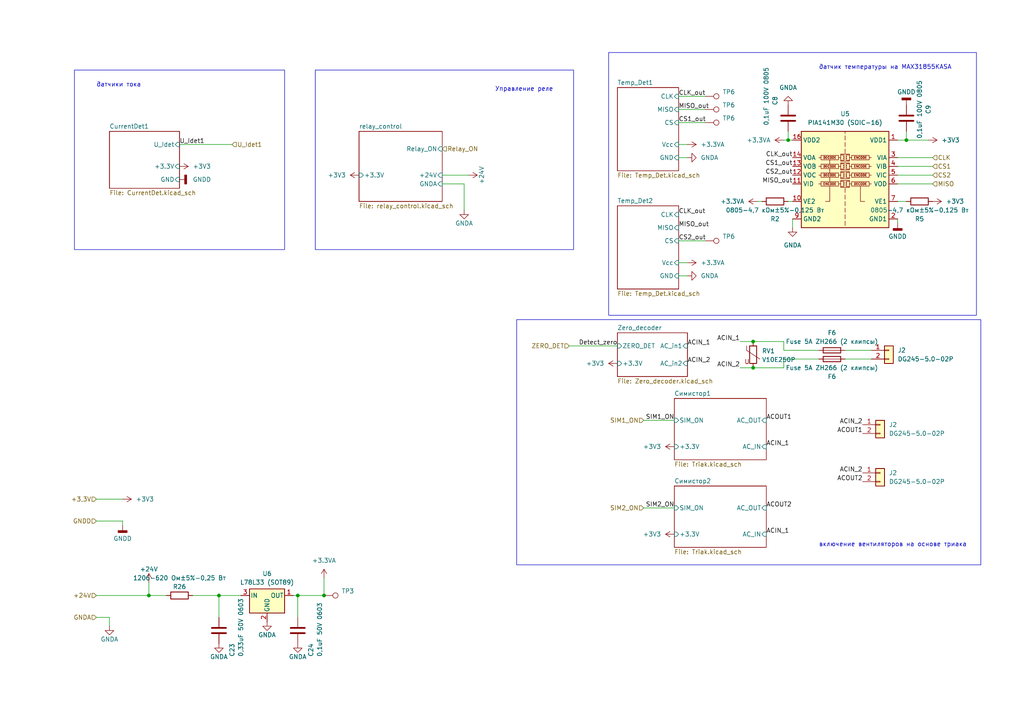
<source format=kicad_sch>
(kicad_sch (version 20230121) (generator eeschema)
  (paper "A4")
  (lib_symbols
    (symbol "Connector:TestPoint" (pin_numbers hide) (pin_names (offset 0.762) hide)
      (property "Reference" "TP" (at 0 6.858 0))
      (property "Value" "TestPoint" (at 0 5.08 0))
      (symbol "TestPoint_0_1"
        (circle (center 0 3.302) (radius 0.762))
      )
      (symbol "TestPoint_1_1"
        (pin passive line (at 0 0 90) (length 2.54) (name "1") (number "1"))
      )
    )
    (symbol "Connector_Generic:Conn_01x02" (pin_names (offset 1.016) hide)
      (property "Reference" "J" (at 0 2.54 0))
      (property "Value" "Conn_01x02" (at 0 -5.08 0))
      (symbol "Conn_01x02_1_1"
        (rectangle (start -1.27 -2.413) (end 0 -2.667) (stroke (width 0.1524)))
        (rectangle (start -1.27 0.127) (end 0 -0.127) (stroke (width 0.1524)))
        (rectangle (start -1.27 1.27) (end 1.27 -3.81) (stroke (width 0.254)) (fill (type background)))
        (pin passive line (at -5.08 0 0) (length 3.81) (name "Pin_1") (number "1"))
        (pin passive line (at -5.08 -2.54 0) (length 3.81) (name "Pin_2") (number "2"))
      )
    )
    (symbol "Device:C" (pin_numbers hide) (pin_names (offset 0.254))
      (property "Reference" "C" (at 0.635 2.54 0))
      (property "Value" "C" (at 0.635 -2.54 0))
      (symbol "C_0_1"
        (polyline (pts (xy -2.032 -0.762) (xy 2.032 -0.762)) (stroke (width 0.508)))
        (polyline (pts (xy -2.032 0.762) (xy 2.032 0.762)) (stroke (width 0.508)))
      )
      (symbol "C_1_1"
        (pin passive line (at 0 3.81 270) (length 2.794) (name "~") (number "1"))
        (pin passive line (at 0 -3.81 90) (length 2.794) (name "~") (number "2"))
      )
    )
    (symbol "Device:Fuse" (pin_numbers hide) (pin_names (offset 0))
      (property "Reference" "F" (at 2.032 0 90))
      (property "Value" "Fuse" (at -1.905 0 90))
      (symbol "Fuse_0_1"
        (rectangle (start -0.762 -2.54) (end 0.762 2.54) (stroke (width 0.254)))
        (polyline (pts (xy 0 2.54) (xy 0 -2.54)))
      )
      (symbol "Fuse_1_1"
        (pin passive line (at 0 3.81 270) (length 1.27) (name "~") (number "1"))
        (pin passive line (at 0 -3.81 90) (length 1.27) (name "~") (number "2"))
      )
    )
    (symbol "Device:R" (pin_numbers hide) (pin_names (offset 0))
      (property "Reference" "R" (at 2.032 0 90))
      (property "Value" "R" (at 0 0 90))
      (symbol "R_0_1"
        (rectangle (start -1.016 -2.54) (end 1.016 2.54) (stroke (width 0.254)))
      )
      (symbol "R_1_1"
        (pin passive line (at 0 3.81 270) (length 1.27) (name "~") (number "1"))
        (pin passive line (at 0 -3.81 90) (length 1.27) (name "~") (number "2"))
      )
    )
    (symbol "Device:Varistor" (pin_numbers hide) (pin_names (offset 0))
      (property "Reference" "RV" (at 3.175 0 90))
      (property "Value" "Varistor" (at -3.175 0 90))
      (symbol "Varistor_0_0"
        (text "U" (at -1.778 -2.032 0) (effects (font (size 1.27 1.27))))
      )
      (symbol "Varistor_0_1"
        (rectangle (start -1.016 -2.54) (end 1.016 2.54) (stroke (width 0.254)))
        (polyline (pts (xy -1.905 2.54) (xy -1.905 1.27) (xy 1.905 -1.27)))
      )
      (symbol "Varistor_1_1"
        (pin passive line (at 0 3.81 270) (length 1.27) (name "~") (number "1"))
        (pin passive line (at 0 -3.81 90) (length 1.27) (name "~") (number "2"))
      )
    )
    (symbol "Isolator:π141M3x"
      (property "Reference" "U" (at 0 19.05 0))
      (property "Value" "π141M3x" (at 0 16.51 0))
      (symbol "π141M3x_0_0"
        (rectangle (start -1.905 0.635) (end -6.985 -0.635))
        (rectangle (start -1.27 1.016) (end 1.27 -1.016))
        (rectangle (start -1.27 3.556) (end 1.27 1.524))
        (rectangle (start -1.27 6.096) (end 1.27 4.064))
        (rectangle (start -1.27 8.636) (end 1.27 6.604))
        (arc (start -0.508 -0.762) (mid -0.2551 -0.508) (end -0.508 -0.254))
        (arc (start -0.508 -0.254) (mid -0.2551 0) (end -0.508 0.254))
        (arc (start -0.508 0.254) (mid -0.2551 0.508) (end -0.508 0.762))
        (arc (start -0.508 1.778) (mid -0.2551 2.032) (end -0.508 2.286))
        (arc (start -0.508 2.286) (mid -0.2551 2.54) (end -0.508 2.794))
        (arc (start -0.508 2.794) (mid -0.2551 3.048) (end -0.508 3.302))
        (arc (start -0.508 4.318) (mid -0.2551 4.572) (end -0.508 4.826))
        (arc (start -0.508 4.826) (mid -0.2551 5.08) (end -0.508 5.334))
        (arc (start -0.508 5.334) (mid -0.2551 5.588) (end -0.508 5.842))
        (arc (start -0.508 6.858) (mid -0.2551 7.112) (end -0.508 7.366))
        (arc (start -0.508 7.366) (mid -0.2551 7.62) (end -0.508 7.874))
        (arc (start -0.508 7.874) (mid -0.2551 8.128) (end -0.508 8.382))
        (polyline (pts (xy -6.985 0) (xy -7.62 0)))
        (polyline (pts (xy -6.985 2.54) (xy -7.62 2.54)))
        (polyline (pts (xy -6.985 5.08) (xy -7.62 5.08)))
        (polyline (pts (xy -6.985 7.62) (xy -7.62 7.62)))
        (polyline (pts (xy -4.445 -1.27) (xy -4.445 -0.635)))
        (polyline (pts (xy -1.905 0) (xy -1.27 0)))
        (polyline (pts (xy -1.905 2.54) (xy -1.27 2.54)))
        (polyline (pts (xy -1.905 5.08) (xy -1.27 5.08)))
        (polyline (pts (xy -1.905 7.62) (xy -1.27 7.62)))
        (polyline (pts (xy -1.27 -0.762) (xy -0.508 -0.762)))
        (polyline (pts (xy -1.27 0.762) (xy -0.508 0.762)))
        (polyline (pts (xy -1.27 1.778) (xy -0.508 1.778)))
        (polyline (pts (xy -1.27 3.302) (xy -0.508 3.302)))
        (polyline (pts (xy -1.27 4.318) (xy -0.508 4.318)))
        (polyline (pts (xy -1.27 5.842) (xy -0.508 5.842)))
        (polyline (pts (xy -1.27 6.858) (xy -0.508 6.858)))
        (polyline (pts (xy -1.27 8.382) (xy -0.508 8.382)))
        (polyline (pts (xy 0 -10.795) (xy 0 -12.065)))
        (polyline (pts (xy 0 -8.89) (xy 0 -10.16)))
        (polyline (pts (xy 0 -6.985) (xy 0 -8.255)))
        (polyline (pts (xy 0 -5.08) (xy 0 -6.35)))
        (polyline (pts (xy 0 -3.175) (xy 0 -4.445)))
        (polyline (pts (xy 0 -1.27) (xy 0 -2.54)))
        (polyline (pts (xy 0 8.89) (xy 0 10.16)))
        (polyline (pts (xy 0 10.795) (xy 0 12.065)))
        (polyline (pts (xy 0 12.7) (xy 0 13.97)))
        (polyline (pts (xy 0 15.24) (xy 0 14.605)))
        (polyline (pts (xy 1.27 -0.762) (xy 0.508 -0.762)))
        (polyline (pts (xy 1.27 0.762) (xy 0.508 0.762)))
        (polyline (pts (xy 1.27 1.778) (xy 0.508 1.778)))
        (polyline (pts (xy 1.27 3.302) (xy 0.508 3.302)))
        (polyline (pts (xy 1.27 4.318) (xy 0.508 4.318)))
        (polyline (pts (xy 1.27 5.842) (xy 0.508 5.842)))
        (polyline (pts (xy 1.27 6.858) (xy 0.508 6.858)))
        (polyline (pts (xy 1.27 8.382) (xy 0.508 8.382)))
        (polyline (pts (xy 1.905 0) (xy 1.27 0)))
        (polyline (pts (xy 1.905 2.54) (xy 1.27 2.54)))
        (polyline (pts (xy 1.905 5.08) (xy 1.27 5.08)))
        (polyline (pts (xy 1.905 7.62) (xy 1.27 7.62)))
        (polyline (pts (xy 4.445 0.635) (xy 4.445 1.905)))
        (polyline (pts (xy 4.445 3.175) (xy 4.445 4.445)))
        (polyline (pts (xy 4.445 5.715) (xy 4.445 6.985)))
        (polyline (pts (xy 6.985 0) (xy 7.62 0)))
        (polyline (pts (xy 6.985 2.54) (xy 7.62 2.54)))
        (polyline (pts (xy 6.985 5.08) (xy 7.62 5.08)))
        (polyline (pts (xy 6.985 7.62) (xy 7.62 7.62)))
        (polyline (pts (xy -4.445 -1.27) (xy -4.445 -5.08) (xy -5.715 -5.08)))
        (polyline (pts (xy 5.715 -5.08) (xy 4.445 -5.08) (xy 4.445 -0.635)))
        (arc (start 0.508 -0.254) (mid 0.2551 -0.508) (end 0.508 -0.762))
        (arc (start 0.508 0.254) (mid 0.2551 0) (end 0.508 -0.254))
        (arc (start 0.508 0.762) (mid 0.2551 0.508) (end 0.508 0.254))
        (arc (start 0.508 2.286) (mid 0.2551 2.032) (end 0.508 1.778))
        (arc (start 0.508 2.794) (mid 0.2551 2.54) (end 0.508 2.286))
        (arc (start 0.508 3.302) (mid 0.2551 3.048) (end 0.508 2.794))
        (arc (start 0.508 4.826) (mid 0.2551 4.572) (end 0.508 4.318))
        (arc (start 0.508 5.334) (mid 0.2551 5.08) (end 0.508 4.826))
        (arc (start 0.508 5.842) (mid 0.2551 5.588) (end 0.508 5.334))
        (arc (start 0.508 7.366) (mid 0.2551 7.112) (end 0.508 6.858))
        (arc (start 0.508 7.874) (mid 0.2551 7.62) (end 0.508 7.366))
        (arc (start 0.508 8.382) (mid 0.2551 8.128) (end 0.508 7.874))
        (rectangle (start 1.905 0.635) (end 6.985 -0.635))
        (rectangle (start 1.905 3.175) (end 6.985 1.905))
        (rectangle (start 1.905 5.715) (end 6.985 4.445))
        (rectangle (start 1.905 8.255) (end 6.985 6.985))
        (text "DECODE" (at -4.445 0 0) (effects (font (size 0.635 0.635))))
        (text "DECODE" (at 4.445 2.54 0) (effects (font (size 0.635 0.635))))
        (text "DECODE" (at 4.445 5.08 0) (effects (font (size 0.635 0.635))))
        (text "DECODE" (at 4.445 7.62 0) (effects (font (size 0.635 0.635))))
        (text "ENCODE" (at -4.445 2.54 0) (effects (font (size 0.635 0.635))))
        (text "ENCODE" (at -4.445 5.08 0) (effects (font (size 0.635 0.635))))
        (text "ENCODE" (at -4.445 7.62 0) (effects (font (size 0.635 0.635))))
        (text "ENCODE" (at 4.445 0 0) (effects (font (size 0.635 0.635))))
      )
      (symbol "π141M3x_0_1"
        (rectangle (start -12.7 15.24) (end 12.7 -12.7) (stroke (width 0.254)) (fill (type background)))
        (rectangle (start -1.905 3.175) (end -6.985 1.905))
        (rectangle (start -1.905 5.715) (end -6.985 4.445))
        (rectangle (start -1.905 8.255) (end -6.985 6.985))
      )
      (symbol "π141M3x_1_1"
        (pin power_in line (at -15.24 12.7 0) (length 2.54) (name "VDD1") (number "1"))
        (pin input line (at 15.24 -5.08 180) (length 2.54) (name "VE2") (number "10"))
        (pin input line (at 15.24 0 180) (length 2.54) (name "VID") (number "11"))
        (pin output line (at 15.24 2.54 180) (length 2.54) (name "VOC") (number "12"))
        (pin output line (at 15.24 5.08 180) (length 2.54) (name "VOB") (number "13"))
        (pin output line (at 15.24 7.62 180) (length 2.54) (name "VOA") (number "14"))
        (pin passive line (at 15.24 -10.16 180) (length 2.54) hide (name "GND2") (number "15"))
        (pin power_in line (at 15.24 12.7 180) (length 2.54) (name "VDD2") (number "16"))
        (pin power_in line (at -15.24 -10.16 0) (length 2.54) (name "GND1") (number "2"))
        (pin input line (at -15.24 7.62 0) (length 2.54) (name "VIA") (number "3"))
        (pin input line (at -15.24 5.08 0) (length 2.54) (name "VIB") (number "4"))
        (pin input line (at -15.24 2.54 0) (length 2.54) (name "VIC") (number "5"))
        (pin output line (at -15.24 0 0) (length 2.54) (name "VOD") (number "6"))
        (pin input line (at -15.24 -5.08 0) (length 2.54) (name "VE1") (number "7"))
        (pin passive line (at -15.24 -10.16 0) (length 2.54) hide (name "GND1") (number "8"))
        (pin power_in line (at 15.24 -10.16 180) (length 2.54) (name "GND2") (number "9"))
      )
    )
    (symbol "PCM_4ms_Power-symbol:GNDA" (power) (pin_numbers hide) (pin_names (offset 0) hide)
      (property "Value" "GNDA" (at 0 -3.81 0))
      (symbol "GNDA_0_1"
        (polyline (pts (xy 0 0) (xy 0 -1.27) (xy 1.27 -1.27) (xy 0 -2.54) (xy -1.27 -1.27) (xy 0 -1.27)))
      )
      (symbol "GNDA_1_1"
        (pin power_in line (at 0 0 270) (length 0) hide (name "GNDA") (number "1"))
      )
    )
    (symbol "Regulator_Linear:L78L33_SOT89" (pin_names (offset 0.254))
      (property "Reference" "U" (at -3.81 3.175 0))
      (property "Value" "L78L33_SOT89" (at -0.635 3.175 0))
      (symbol "L78L33_SOT89_0_1"
        (rectangle (start -5.08 1.905) (end 5.08 -5.08) (stroke (width 0.254)) (fill (type background)))
      )
      (symbol "L78L33_SOT89_1_1"
        (pin power_out line (at 7.62 0 180) (length 2.54) (name "OUT") (number "1"))
        (pin power_in line (at 0 -7.62 90) (length 2.54) (name "GND") (number "2"))
        (pin power_in line (at -7.62 0 0) (length 2.54) (name "IN") (number "3"))
      )
    )
    (symbol "power:+24V" (power) (pin_numbers hide) (pin_names (offset 0) hide)
      (property "Value" "+24V" (at 0 3.556 0))
      (symbol "+24V_0_1"
        (polyline (pts (xy -0.762 1.27) (xy 0 2.54)))
        (polyline (pts (xy 0 0) (xy 0 2.54)))
        (polyline (pts (xy 0 2.54) (xy 0.762 1.27)))
      )
      (symbol "+24V_1_1"
        (pin power_in line (at 0 0 90) (length 0) hide (name "+24V") (number "1"))
      )
    )
    (symbol "power:+3.3VA" (power) (pin_numbers hide) (pin_names (offset 0) hide)
      (property "Value" "+3.3VA" (at 0 3.556 0))
      (symbol "+3.3VA_0_1"
        (polyline (pts (xy -0.762 1.27) (xy 0 2.54)))
        (polyline (pts (xy 0 0) (xy 0 2.54)))
        (polyline (pts (xy 0 2.54) (xy 0.762 1.27)))
      )
      (symbol "+3.3VA_1_1"
        (pin power_in line (at 0 0 90) (length 0) hide (name "+3.3VA") (number "1"))
      )
    )
    (symbol "power:+3V3" (power) (pin_numbers hide) (pin_names (offset 0) hide)
      (property "Value" "+3V3" (at 0 3.556 0))
      (symbol "+3V3_0_1"
        (polyline (pts (xy -0.762 1.27) (xy 0 2.54)))
        (polyline (pts (xy 0 0) (xy 0 2.54)))
        (polyline (pts (xy 0 2.54) (xy 0.762 1.27)))
      )
      (symbol "+3V3_1_1"
        (pin power_in line (at 0 0 90) (length 0) hide (name "+3V3") (number "1"))
      )
    )
    (symbol "power:GNDD" (power) (pin_numbers hide) (pin_names (offset 0) hide)
      (property "Value" "GNDD" (at 0 -3.175 0))
      (symbol "GNDD_0_1"
        (rectangle (start -1.27 -1.524) (end 1.27 -2.032) (stroke (width 0.254)) (fill (type outline)))
        (polyline (pts (xy 0 0) (xy 0 -1.524)))
      )
      (symbol "GNDD_1_1"
        (pin power_in line (at 0 0 270) (length 0) hide (name "GNDD") (number "1"))
      )
    )
  )
  (junction (at 43.18 172.72))
  (junction (at 218.44 99.06))
  (junction (at 228.6 40.64))
  (junction (at 93.98 172.72))
  (junction (at 86.36 172.72))
  (junction (at 63.5 172.72))
  (junction (at 262.89 40.64))
  (junction (at 218.44 106.68))
  (wire (pts (xy 48.26 172.72) (xy 43.18 172.72)))
  (wire (pts (xy 196.85 45.72) (xy 199.39 45.72)))
  (wire (pts (xy 228.6 38.1) (xy 228.6 40.64)))
  (wire (pts (xy 186.69 121.92) (xy 195.58 121.92)))
  (wire (pts (xy 43.18 172.72) (xy 43.18 168.91)))
  (wire (pts (xy 260.35 53.34) (xy 270.51 53.34)))
  (wire (pts (xy 134.62 60.96) (xy 134.62 53.34)))
  (wire (pts (xy 196.85 35.56) (xy 204.47 35.56)))
  (wire (pts (xy 27.94 151.13) (xy 35.56 151.13)))
  (wire (pts (xy 196.85 80.01) (xy 199.39 80.01)))
  (wire (pts (xy 86.36 179.07) (xy 86.36 172.72)))
  (wire (pts (xy 196.85 41.91) (xy 199.39 41.91)))
  (wire (pts (xy 214.63 106.68) (xy 218.44 106.68)))
  (wire (pts (xy 260.35 63.5) (xy 260.35 64.77)))
  (wire (pts (xy 134.62 53.34) (xy 128.27 53.34)))
  (wire (pts (xy 63.5 172.72) (xy 63.5 179.07)))
  (wire (pts (xy 237.49 104.14) (xy 227.33 104.14)))
  (wire (pts (xy 85.09 172.72) (xy 86.36 172.72)))
  (wire (pts (xy 260.35 50.8) (xy 270.51 50.8)))
  (wire (pts (xy 260.35 58.42) (xy 262.89 58.42)))
  (wire (pts (xy 227.33 104.14) (xy 227.33 106.68)))
  (wire (pts (xy 214.63 99.06) (xy 218.44 99.06)))
  (wire (pts (xy 229.87 63.5) (xy 229.87 66.04)))
  (wire (pts (xy 69.85 172.72) (xy 63.5 172.72)))
  (wire (pts (xy 27.94 172.72) (xy 43.18 172.72)))
  (wire (pts (xy 227.33 40.64) (xy 228.6 40.64)))
  (wire (pts (xy 35.56 151.13) (xy 35.56 152.4)))
  (wire (pts (xy 260.35 48.26) (xy 270.51 48.26)))
  (wire (pts (xy 186.69 147.32) (xy 195.58 147.32)))
  (wire (pts (xy 27.94 179.07) (xy 31.75 179.07)))
  (wire (pts (xy 63.5 172.72) (xy 55.88 172.72)))
  (wire (pts (xy 245.11 101.6) (xy 252.73 101.6)))
  (wire (pts (xy 219.71 58.42) (xy 220.98 58.42)))
  (wire (pts (xy 262.89 40.64) (xy 269.24 40.64)))
  (wire (pts (xy 218.44 106.68) (xy 227.33 106.68)))
  (wire (pts (xy 237.49 101.6) (xy 227.33 101.6)))
  (wire (pts (xy 228.6 40.64) (xy 229.87 40.64)))
  (wire (pts (xy 128.27 50.8) (xy 135.89 50.8)))
  (wire (pts (xy 165.1 100.33) (xy 179.07 100.33)))
  (wire (pts (xy 27.94 144.78) (xy 35.56 144.78)))
  (wire (pts (xy 260.35 45.72) (xy 270.51 45.72)))
  (wire (pts (xy 196.85 69.85) (xy 204.47 69.85)))
  (wire (pts (xy 93.98 167.64) (xy 93.98 172.72)))
  (wire (pts (xy 262.89 40.64) (xy 262.89 38.1)))
  (wire (pts (xy 260.35 40.64) (xy 262.89 40.64)))
  (wire (pts (xy 31.75 179.07) (xy 31.75 181.61)))
  (wire (pts (xy 52.07 41.91) (xy 67.31 41.91)))
  (wire (pts (xy 196.85 27.94) (xy 204.47 27.94)))
  (wire (pts (xy 228.6 58.42) (xy 229.87 58.42)))
  (wire (pts (xy 245.11 104.14) (xy 252.73 104.14)))
  (wire (pts (xy 227.33 101.6) (xy 227.33 99.06)))
  (wire (pts (xy 196.85 76.2) (xy 199.39 76.2)))
  (wire (pts (xy 86.36 172.72) (xy 93.98 172.72)))
  (wire (pts (xy 196.85 31.75) (xy 204.47 31.75)))
  (wire (pts (xy 218.44 99.06) (xy 227.33 99.06)))
  (rectangle (start 149.86 92.71) (end 284.48 163.83))
  (rectangle (start 91.44 20.32) (end 166.37 72.39))
  (rectangle (start 21.59 20.32) (end 82.55 72.39))
  (rectangle (start 176.53 15.24) (end 283.21 91.44))
  (text "датчик температуры на MAX31855KASA" (at 237.49 20.32 0) (effects (font (size 1.27 1.27)) (justify left bottom)))
  (text "Управление реле" (at 143.51 26.67 0) (effects (font (size 1.27 1.27)) (justify left bottom)))
  (text "включение вентиляторов на основе триака" (at 237.49 158.75 0) (effects (font (size 1.27 1.27)) (justify left bottom)))
  (text "датчики тока" (at 27.94 25.4 0) (effects (font (size 1.27 1.27)) (justify left bottom)))
  (label "CS2_out" (at 196.85 69.85 0))
  (label "ACOUT1" (at 222.25 121.92 0))
  (label "SIM2_ON" (at 195.58 147.32 180))
  (label "ACIN_2" (at 199.39 105.41 0))
  (label "CLK_out" (at 196.85 27.94 0))
  (label "MISO_out" (at 229.87 53.34 180))
  (label "ACOUT2" (at 250.19 139.7 180))
  (label "CS2_out" (at 229.87 50.8 180))
  (label "CLK_out" (at 196.85 62.23 0))
  (label "ACIN_1" (at 222.25 154.94 0))
  (label "CS1_out" (at 229.87 48.26 180))
  (label "ACIN_1" (at 214.63 99.06 180))
  (label "SIM1_ON" (at 195.58 121.92 180))
  (label "CLK_out" (at 229.87 45.72 180))
  (label "MISO_out" (at 196.85 66.04 0))
  (label "ACIN_1" (at 199.39 100.33 0))
  (label "ACIN_1" (at 222.25 129.54 0))
  (label "ACOUT2" (at 222.25 147.32 0))
  (label "U_Idet1" (at 52.07 41.91 0))
  (label "ACIN_2" (at 250.19 137.16 180))
  (label "Detect_zero" (at 179.07 100.33 180))
  (label "CS1_out" (at 196.85 35.56 0))
  (label "ACIN_2" (at 250.19 123.19 180))
  (label "MISO_out" (at 196.85 31.75 0))
  (label "ACOUT1" (at 250.19 125.73 180))
  (label "ACIN_2" (at 214.63 106.68 180))
  (hierarchical_label "+3,3V" (shape input) (at 27.94 144.78 180))
  (hierarchical_label "CS2" (shape input) (at 270.51 50.8 0))
  (hierarchical_label "GNDA" (shape input) (at 27.94 179.07 180))
  (hierarchical_label "SIM2_ON" (shape input) (at 186.69 147.32 180))
  (hierarchical_label "CLK" (shape input) (at 270.51 45.72 0))
  (hierarchical_label "CS1" (shape input) (at 270.51 48.26 0))
  (hierarchical_label "Relay_ON" (shape input) (at 128.27 43.18 0))
  (hierarchical_label "GNDD" (shape input) (at 27.94 151.13 180))
  (hierarchical_label "MISO" (shape input) (at 270.51 53.34 0))
  (hierarchical_label "SIM1_ON" (shape input) (at 186.69 121.92 180))
  (hierarchical_label "U_Idet1" (shape input) (at 67.31 41.91 0))
  (hierarchical_label "ZERO_DET" (shape input) (at 165.1 100.33 180))
  (hierarchical_label "+24V" (shape input) (at 27.94 172.72 180))
  (symbol (lib_id "Connector:TestPoint") (at 204.47 69.85 270) (unit 1) (in_bom no)
    (property "Reference" "TP6" (at 209.55 68.58 90) (effects (justify left)))
    (property "Value" "TestPoint" (effects hide))
    (property "Footprint" "PCM_4ms_TestPoint:TestPoint_D1" (effects hide))
    (instances (project "Доп плата печи" (path "" (reference "TP6") (unit 1)) (path "" (reference "TP19") (unit 1))))
  )
  (symbol (lib_id "power:+3.3VA") (at 199.39 41.91 270) (unit 1)
    (property "Reference" "#PWR058" (effects hide))
    (property "Value" "+3.3VA" (at 203.2 41.91 90) (effects (justify left)))
  )
  (symbol (lib_id "power:+3V3") (at 270.51 58.42 270) (unit 1)
    (property "Reference" "#PWR017" (effects hide))
    (property "Value" "+3V3" (at 274.32 58.42 90) (effects (justify left)))
    (instances (project "Плата дискретных входов" (path "" (reference "#PWR017") (unit 1))) (project "Доп плата печи" (path "" (reference "#PWR017") (unit 1)) (path "" (reference "#PWR052") (unit 1))))
  )
  (symbol (lib_id "PCM_4ms_Power-symbol:GNDA") (at 86.36 186.69 0) (unit 1)
    (property "Reference" "#PWR068" (effects hide))
    (property "Value" "GNDA" (at 86.36 190.5 0))
    (instances (project "Плата внешних шаговых двигателей" (path "" (reference "#PWR068") (unit 1))) (project "Доп плата печи" (path "" (reference "#PWR069") (unit 1))) (project "Плата фото светодиоды" (path "" (reference "#PWR03") (unit 1))))
  )
  (symbol (lib_id "Connector:TestPoint") (at 204.47 35.56 270) (unit 1) (in_bom no)
    (property "Reference" "TP6" (at 209.55 34.29 90) (effects (justify left)))
    (property "Value" "TestPoint" (effects hide))
    (property "Footprint" "PCM_4ms_TestPoint:TestPoint_D1" (effects hide))
    (instances (project "Доп плата печи" (path "" (reference "TP6") (unit 1)) (path "" (reference "TP18") (unit 1))))
  )
  (symbol (lib_id "PCM_4ms_Power-symbol:GNDA") (at 31.75 181.61 0) (unit 1)
    (property "Reference" "#PWR067" (effects hide))
    (property "Value" "GNDA" (at 31.75 185.42 0))
    (instances (project "Плата внешних шаговых двигателей" (path "" (reference "#PWR067") (unit 1))) (project "Доп плата печи" (path "" (reference "#PWR067") (unit 1))) (project "Плата фото светодиоды" (path "" (reference "#PWR03") (unit 1))))
  )
  (symbol (lib_id "Connector_Generic:Conn_01x02") (at 257.81 101.6 0) (unit 1)
    (property "Reference" "J2" (at 260.35 101.6 0) (effects (justify left)))
    (property "Value" "DG245-5.0-02P" (at 260.35 104.14 0) (effects (justify left)))
    (property "Footprint" "Connector:DG245-5.0-02P" (effects hide))
    (instances (project "Плата симистров" (path "" (reference "J2") (unit 1))) (project "Доп плата печи" (path "" (reference "J4") (unit 1))))
  )
  (symbol (lib_id "PCM_4ms_Power-symbol:GNDA") (at 63.5 186.69 0) (unit 1)
    (property "Reference" "#PWR067" (effects hide))
    (property "Value" "GNDA" (at 63.5 190.5 0))
    (instances (project "Плата внешних шаговых двигателей" (path "" (reference "#PWR067") (unit 1))) (project "Доп плата печи" (path "" (reference "#PWR068") (unit 1))) (project "Плата фото светодиоды" (path "" (reference "#PWR03") (unit 1))))
  )
  (symbol (lib_id "Device:Varistor") (at 218.44 102.87 0) (unit 1)
    (property "Reference" "RV1" (at 220.98 101.7933 0) (effects (justify left)))
    (property "Value" "V10E250P" (at 220.98 104.3333 0) (effects (justify left)))
    (property "Footprint" "Varistor:RV_Disc_D12mm_W5.8mm_P7.5mm" (effects hide))
    (property "Sim.Name" "kicad_builtin_varistor" (effects hide))
    (property "Sim.Device" "SUBCKT" (effects hide))
    (property "Sim.Pins" "1=A 2=B" (effects hide))
    (property "Sim.Params" "threshold=1k" (effects hide))
    (property "Sim.Library" "${KICAD7_SYMBOL_DIR}/Simulation_SPICE.sp" (effects hide))
  )
  (symbol (lib_id "power:+24V") (at 135.89 50.8 270) (unit 1)
    (property "Reference" "#PWR032" (effects hide))
    (property "Value" "+24V" (at 139.7 50.8 0))
    (instances (project "Плата внешних шаговых двигателей" (path "" (reference "#PWR032") (unit 1)) (path "" (reference "#PWR059") (unit 1))) (project "Доп плата печи" (path "" (reference "#PWR049") (unit 1))))
  )
  (symbol (lib_id "power:+3V3") (at 195.58 129.54 90) (unit 1)
    (property "Reference" "#PWR029" (effects hide))
    (property "Value" "+3V3" (at 191.77 129.54 90) (effects (justify left)))
    (instances (project "Плата дискретных входов" (path "" (reference "#PWR029") (unit 1))) (project "Доп плата печи" (path "" (reference "#PWR025") (unit 1)) (path "" (reference "#PWR060") (unit 1))))
  )
  (symbol (lib_id "Device:Fuse") (at 241.3 104.14 90) (mirror x) (unit 1)
    (property "Reference" "F6" (at 241.3 109.22 90))
    (property "Value" "Fuse 5A ZH266 (2 клипсы)" (at 241.3 106.68 90))
    (property "Footprint" "Fuse:Fuseholder_100_series_5x20mm_D1,5" (effects hide))
    (instances (project "Плата симистров" (path "" (reference "F6") (unit 1))) (project "Доп плата печи" (path "" (reference "F3") (unit 1))))
  )
  (symbol (lib_id "power:+3V3") (at 52.07 48.26 270) (unit 1)
    (property "Reference" "#PWR017" (effects hide))
    (property "Value" "+3V3" (at 55.88 48.26 90) (effects (justify left)))
    (instances (project "Плата дискретных входов" (path "" (reference "#PWR017") (unit 1))) (project "Доп плата печи" (path "" (reference "#PWR017") (unit 1)) (path "" (reference "#PWR047") (unit 1))))
  )
  (symbol (lib_id "Connector:TestPoint") (at 93.98 172.72 270) (unit 1) (in_bom no)
    (property "Reference" "TP3" (at 99.06 171.45 90) (effects (justify left)))
    (property "Value" "TestPoint" (effects hide))
    (property "Footprint" "PCM_4ms_TestPoint:TestPoint_D1" (effects hide))
    (instances (project "Плата внешних шаговых двигателей" (path "" (reference "TP3") (unit 1))) (project "Доп плата печи" (path "" (reference "TP20") (unit 1))))
  )
  (symbol (lib_id "power:+3.3VA") (at 219.71 58.42 90) (unit 1)
    (property "Reference" "#PWR045" (effects hide))
    (property "Value" "+3.3VA" (at 215.9 58.42 90) (effects (justify left)))
  )
  (symbol (lib_id "power:GNDD") (at 52.07 52.07 90) (unit 1)
    (property "Reference" "#PWR07" (effects hide))
    (property "Value" "GNDD" (at 55.88 52.07 90) (effects (justify right)))
    (instances (project "Плата дискретных входов" (path "" (reference "#PWR07") (unit 1))) (project "Доп плата печи" (path "" (reference "#PWR07") (unit 1)) (path "" (reference "#PWR050") (unit 1))))
  )
  (symbol (lib_id "power:+3V3") (at 35.56 144.78 270) (unit 1)
    (property "Reference" "#PWR017" (effects hide))
    (property "Value" "+3V3" (at 39.37 144.78 90) (effects (justify left)))
    (instances (project "Плата дискретных входов" (path "" (reference "#PWR017") (unit 1))) (project "Доп плата печи" (path "" (reference "#PWR017") (unit 1)) (path "" (reference "#PWR061") (unit 1))))
  )
  (symbol (lib_id "Device:R") (at 52.07 172.72 270) (unit 1)
    (property "Reference" "R26" (at 52.07 170.18 90))
    (property "Value" "1206-620 Ом±5%-0,25 Вт" (at 52.07 167.64 90))
    (property "Footprint" "PCM_Resistor_SMD_AKL:R_1206_3216Metric_Pad1.42x1.75mm_HandSolder" (effects hide))
    (instances (project "Плата внешних шаговых двигателей" (path "" (reference "R26") (unit 1)) (path "" (reference "R47") (unit 1)) (path "" (reference "R29") (unit 1))) (project "Доп плата печи" (path "" (reference "R11") (unit 1))))
  )
  (symbol (lib_id "power:+3.3VA") (at 199.39 76.2 270) (unit 1)
    (property "Reference" "#PWR065" (effects hide))
    (property "Value" "+3.3VA" (at 203.2 76.2 90) (effects (justify left)))
  )
  (symbol (lib_id "Device:C") (at 63.5 182.88 0) (unit 1)
    (property "Reference" "C23" (at 67.31 190.5 90) (effects (justify left)))
    (property "Value" "0,33uF 50V 0603" (at 69.85 190.5 90) (effects (justify left)))
    (property "Footprint" "Capacitor_SMD:C_0603_1608Metric_Pad1.08x0.95mm_HandSolder" (effects hide))
    (instances (project "Плата внешних шаговых двигателей" (path "" (reference "C23") (unit 1))) (project "Доп плата печи" (path "" (reference "C18") (unit 1))))
  )
  (symbol (lib_id "Isolator:π141M3x") (at 245.11 53.34 0) (mirror y) (unit 1)
    (property "Reference" "U5" (at 245.11 33.02 0))
    (property "Value" "PIA141M30 (SOIC-16)" (at 245.11 35.56 0))
    (property "Footprint" "Package_SO:SOIC-16_3.9x9.9mm_P1.27mm" (effects hide))
    (property "Datasheet" "https://wmsc.lcsc.com/wmsc/upload/file/pdf/v2/lcsc/2001082007_2Pai-Semi--141M30_C471604.pdf" (effects hide))
  )
  (symbol (lib_id "power:+3V3") (at 104.14 50.8 90) (unit 1)
    (property "Reference" "#PWR017" (effects hide))
    (property "Value" "+3V3" (at 100.33 50.8 90) (effects (justify left)))
    (instances (project "Плата дискретных входов" (path "" (reference "#PWR017") (unit 1))) (project "Доп плата печи" (path "" (reference "#PWR017") (unit 1)) (path "" (reference "#PWR048") (unit 1))))
  )
  (symbol (lib_id "Connector_Generic:Conn_01x02") (at 255.27 137.16 0) (unit 1)
    (property "Reference" "J2" (at 257.81 137.16 0) (effects (justify left)))
    (property "Value" "DG245-5.0-02P" (at 257.81 139.7 0) (effects (justify left)))
    (property "Footprint" "Connector:DG245-5.0-02P" (effects hide))
    (instances (project "Плата симистров" (path "" (reference "J2") (unit 1))) (project "Доп плата печи" (path "" (reference "J6") (unit 1))))
  )
  (symbol (lib_id "Device:C") (at 262.89 34.29 0) (unit 1)
    (property "Reference" "C9" (at 269.24 31.75 90))
    (property "Value" "0,1uF 100V 0805" (at 266.7 31.75 90))
    (property "Footprint" "Capacitor_SMD:C_0805_2012Metric_Pad1.18x1.45mm_HandSolder" (effects hide))
    (instances (project "Плата дискретных входов" (path "" (reference "C9") (unit 1))) (project "Доп плата печи" (path "" (reference "C9") (unit 1)) (path "" (reference "C17") (unit 1))))
  )
  (symbol (lib_id "power:+24V") (at 43.18 168.91 0) (unit 1)
    (property "Reference" "#PWR032" (effects hide))
    (property "Value" "+24V" (at 43.18 165.1 0))
    (instances (project "Плата внешних шаговых двигателей" (path "" (reference "#PWR032") (unit 1)) (path "" (reference "#PWR059") (unit 1))) (project "Доп плата печи" (path "" (reference "#PWR064") (unit 1))))
  )
  (symbol (lib_id "power:GNDD") (at 260.35 64.77 0) (unit 1)
    (property "Reference" "#PWR07" (effects hide))
    (property "Value" "GNDD" (at 260.35 68.58 0))
    (instances (project "Плата дискретных входов" (path "" (reference "#PWR07") (unit 1))) (project "Доп плата печи" (path "" (reference "#PWR07") (unit 1)) (path "" (reference "#PWR054") (unit 1))))
  )
  (symbol (lib_id "Device:R") (at 266.7 58.42 270) (unit 1)
    (property "Reference" "R5" (at 266.7 63.5 90))
    (property "Value" "0805-4,7 кОм±5%-0,125 Вт" (at 266.7 60.96 90))
    (property "Footprint" "PCM_4ms_Resistor:R_0805_2012Metric" (effects hide))
    (instances (project "Плата дискретных входов" (path "" (reference "R5") (unit 1))) (project "Доп плата печи" (path "" (reference "R5") (unit 1)) (path "" (reference "R10") (unit 1))))
  )
  (symbol (lib_id "Device:R") (at 224.79 58.42 270) (unit 1)
    (property "Reference" "R2" (at 224.79 63.5 90))
    (property "Value" "0805-4,7 кОм±5%-0,125 Вт" (at 224.79 60.96 90))
    (property "Footprint" "PCM_4ms_Resistor:R_0805_2012Metric" (effects hide))
    (instances (project "Плата дискретных входов" (path "" (reference "R2") (unit 1))) (project "Доп плата печи" (path "" (reference "R2") (unit 1)) (path "" (reference "R9") (unit 1))))
  )
  (symbol (lib_id "Connector_Generic:Conn_01x02") (at 255.27 123.19 0) (unit 1)
    (property "Reference" "J2" (at 257.81 123.19 0) (effects (justify left)))
    (property "Value" "DG245-5.0-02P" (at 257.81 125.73 0) (effects (justify left)))
    (property "Footprint" "Connector:DG245-5.0-02P" (effects hide))
    (instances (project "Плата симистров" (path "" (reference "J2") (unit 1))) (project "Доп плата печи" (path "" (reference "J5") (unit 1))))
  )
  (symbol (lib_id "power:+3V3") (at 195.58 154.94 90) (unit 1)
    (property "Reference" "#PWR029" (effects hide))
    (property "Value" "+3V3" (at 191.77 154.94 90) (effects (justify left)))
    (instances (project "Плата дискретных входов" (path "" (reference "#PWR029") (unit 1))) (project "Доп плата печи" (path "" (reference "#PWR025") (unit 1)) (path "" (reference "#PWR063") (unit 1))))
  )
  (symbol (lib_id "Device:C") (at 86.36 182.88 0) (unit 1)
    (property "Reference" "C24" (at 90.17 190.5 90) (effects (justify left)))
    (property "Value" "0,1uF 50V 0603" (at 92.71 190.5 90) (effects (justify left)))
    (property "Footprint" "Capacitor_SMD:C_0603_1608Metric_Pad1.08x0.95mm_HandSolder" (effects hide))
    (instances (project "Плата внешних шаговых двигателей" (path "" (reference "C24") (unit 1))) (project "Доп плата печи" (path "" (reference "C19") (unit 1))))
  )
  (symbol (lib_id "power:+3V3") (at 269.24 40.64 270) (unit 1)
    (property "Reference" "#PWR017" (effects hide))
    (property "Value" "+3V3" (at 273.05 40.64 90) (effects (justify left)))
    (instances (project "Плата дискретных входов" (path "" (reference "#PWR017") (unit 1))) (project "Доп плата печи" (path "" (reference "#PWR017") (unit 1)) (path "" (reference "#PWR044") (unit 1))))
  )
  (symbol (lib_id "PCM_4ms_Power-symbol:GNDA") (at 199.39 80.01 90) (unit 1)
    (property "Reference" "#PWR030" (effects hide))
    (property "Value" "GNDA" (at 203.2 80.01 90) (effects (justify right)))
    (instances (project "Плата дискретных входов" (path "" (reference "#PWR030") (unit 1))) (project "Доп плата печи" (path "" (reference "#PWR026") (unit 1)) (path "" (reference "#PWR059") (unit 1))))
  )
  (symbol (lib_id "power:+3.3VA") (at 93.98 167.64 0) (unit 1)
    (property "Reference" "#PWR056" (effects hide))
    (property "Value" "+3.3VA" (at 93.98 162.56 0))
  )
  (symbol (lib_id "Device:Fuse") (at 241.3 101.6 270) (unit 1)
    (property "Reference" "F6" (at 241.3 96.52 90))
    (property "Value" "Fuse 5A ZH266 (2 клипсы)" (at 241.3 99.06 90))
    (property "Footprint" "Fuse:Fuseholder_100_series_5x20mm_D1,5" (effects hide))
    (instances (project "Плата симистров" (path "" (reference "F6") (unit 1))) (project "Доп плата печи" (path "" (reference "F2") (unit 1))))
  )
  (symbol (lib_id "PCM_4ms_Power-symbol:GNDA") (at 77.47 180.34 0) (unit 1)
    (property "Reference" "#PWR063" (effects hide))
    (property "Value" "GNDA" (at 77.47 184.15 0))
    (instances (project "Плата внешних шаговых двигателей" (path "" (reference "#PWR063") (unit 1))) (project "Доп плата печи" (path "" (reference "#PWR066") (unit 1))) (project "Плата фото светодиоды" (path "" (reference "#PWR03") (unit 1))))
  )
  (symbol (lib_id "PCM_4ms_Power-symbol:GNDA") (at 134.62 60.96 0) (unit 1)
    (property "Reference" "#PWR068" (effects hide))
    (property "Value" "GNDA" (at 134.62 64.77 0))
    (instances (project "Плата внешних шаговых двигателей" (path "" (reference "#PWR068") (unit 1))) (project "Доп плата печи" (path "" (reference "#PWR053") (unit 1))) (project "Плата фото светодиоды" (path "" (reference "#PWR03") (unit 1))))
  )
  (symbol (lib_id "power:+3V3") (at 179.07 105.41 90) (unit 1)
    (property "Reference" "#PWR029" (effects hide))
    (property "Value" "+3V3" (at 175.26 105.41 90) (effects (justify left)))
    (instances (project "Плата дискретных входов" (path "" (reference "#PWR029") (unit 1))) (project "Доп плата печи" (path "" (reference "#PWR025") (unit 1)) (path "" (reference "#PWR080") (unit 1))))
  )
  (symbol (lib_id "Device:C") (at 228.6 34.29 0) (unit 1)
    (property "Reference" "C8" (at 224.79 29.21 90))
    (property "Value" "0,1uF 100V 0805" (at 222.25 27.94 90))
    (property "Footprint" "Capacitor_SMD:C_0805_2012Metric_Pad1.18x1.45mm_HandSolder" (effects hide))
    (instances (project "Плата дискретных входов" (path "" (reference "C8") (unit 1))) (project "Доп плата печи" (path "" (reference "C8") (unit 1)) (path "" (reference "C16") (unit 1))))
  )
  (symbol (lib_id "power:GNDD") (at 262.89 30.48 180) (unit 1)
    (property "Reference" "#PWR018" (effects hide))
    (property "Value" "GNDD" (at 262.89 26.67 0))
    (instances (project "Плата дискретных входов" (path "" (reference "#PWR018") (unit 1))) (project "Доп плата печи" (path "" (reference "#PWR018") (unit 1)) (path "" (reference "#PWR042") (unit 1))))
  )
  (symbol (lib_id "PCM_4ms_Power-symbol:GNDA") (at 199.39 45.72 90) (unit 1)
    (property "Reference" "#PWR030" (effects hide))
    (property "Value" "GNDA" (at 203.2 45.72 90) (effects (justify right)))
    (instances (project "Плата дискретных входов" (path "" (reference "#PWR030") (unit 1))) (project "Доп плата печи" (path "" (reference "#PWR026") (unit 1)) (path "" (reference "#PWR046") (unit 1))))
  )
  (symbol (lib_id "power:GNDD") (at 35.56 152.4 0) (unit 1)
    (property "Reference" "#PWR07" (effects hide))
    (property "Value" "GNDD" (at 35.56 156.21 0))
    (instances (project "Плата дискретных входов" (path "" (reference "#PWR07") (unit 1))) (project "Доп плата печи" (path "" (reference "#PWR07") (unit 1)) (path "" (reference "#PWR062") (unit 1))))
  )
  (symbol (lib_id "PCM_4ms_Power-symbol:GNDA") (at 228.6 30.48 180) (unit 1)
    (property "Reference" "#PWR030" (effects hide))
    (property "Value" "GNDA" (at 228.6 25.4 0))
    (instances (project "Плата дискретных входов" (path "" (reference "#PWR030") (unit 1))) (project "Доп плата печи" (path "" (reference "#PWR026") (unit 1)) (path "" (reference "#PWR041") (unit 1))))
  )
  (symbol (lib_id "PCM_4ms_Power-symbol:GNDA") (at 229.87 66.04 0) (unit 1)
    (property "Reference" "#PWR030" (effects hide))
    (property "Value" "GNDA" (at 229.87 71.12 0))
    (instances (project "Плата дискретных входов" (path "" (reference "#PWR030") (unit 1))) (project "Доп плата печи" (path "" (reference "#PWR026") (unit 1)) (path "" (reference "#PWR055") (unit 1))))
  )
  (symbol (lib_id "power:+3.3VA") (at 227.33 40.64 90) (unit 1)
    (property "Reference" "#PWR043" (effects hide))
    (property "Value" "+3.3VA" (at 223.52 40.64 90) (effects (justify left)))
  )
  (symbol (lib_id "Connector:TestPoint") (at 204.47 31.75 270) (unit 1) (in_bom no)
    (property "Reference" "TP6" (at 209.55 30.48 90) (effects (justify left)))
    (property "Value" "TestPoint" (effects hide))
    (property "Footprint" "PCM_4ms_TestPoint:TestPoint_D1" (effects hide))
    (instances (project "Доп плата печи" (path "" (reference "TP6") (unit 1)) (path "" (reference "TP17") (unit 1))))
  )
  (symbol (lib_id "Connector:TestPoint") (at 204.47 27.94 270) (unit 1) (in_bom no)
    (property "Reference" "TP6" (at 209.55 26.67 90) (effects (justify left)))
    (property "Value" "TestPoint" (effects hide))
    (property "Footprint" "PCM_4ms_TestPoint:TestPoint_D1" (effects hide))
    (instances (project "Доп плата печи" (path "" (reference "TP6") (unit 1)) (path "" (reference "TP16") (unit 1))))
  )
  (symbol (lib_id "Regulator_Linear:L78L33_SOT89") (at 77.47 172.72 0) (unit 1)
    (property "Reference" "U6" (at 77.47 166.37 0))
    (property "Value" "L78L33 (SOT89)" (at 77.47 168.91 0))
    (property "Footprint" "Package_TO_SOT_SMD:SOT-89-3" (effects hide))
    (property "Datasheet" "http://www.st.com/content/ccc/resource/technical/document/datasheet/15/55/e5/aa/23/5b/43/fd/CD00000446.pdf/files/CD00000446.pdf/jcr:content/translations/en.CD00000446.pdf" (effects hide))
  )
  (sheet (at 195.58 115.57) (size 26.67 17.78) (stroke (width 0.1524))
    (property "Sheetname" "Симистор1" (at 195.58 114.8584 0) (effects (justify left bottom)))
    (property "Sheetfile" "Triak.kicad_sch" (at 195.58 133.9346 0) (effects (justify left top)))
    (pin "AC_OUT" input (at 222.25 121.92 0))
    (pin "AC_IN" input (at 222.25 129.54 0))
    (pin "SIM_ON" input (at 195.58 121.92 180))
    (pin "+3.3V" input (at 195.58 129.54 180))
  )
  (sheet (at 195.58 140.97) (size 26.67 17.78) (stroke (width 0.1524))
    (property "Sheetname" "Симистор2" (at 195.58 140.2584 0) (effects (justify left bottom)))
    (property "Sheetfile" "Triak.kicad_sch" (at 195.58 159.3346 0) (effects (justify left top)))
    (pin "AC_OUT" input (at 222.25 147.32 0))
    (pin "AC_IN" input (at 222.25 154.94 0))
    (pin "SIM_ON" input (at 195.58 147.32 180))
    (pin "+3.3V" input (at 195.58 154.94 180))
  )
  (sheet (at 104.14 38.1) (size 24.13 20.32) (stroke (width 0.1524))
    (property "Sheetname" "relay_control" (at 104.14 37.3884 0) (effects (justify left bottom)))
    (property "Sheetfile" "relay_control.kicad_sch" (at 104.14 59.0046 0) (effects (justify left top)))
    (pin "Relay_ON" input (at 128.27 43.18 0))
    (pin "+24V" input (at 128.27 50.8 0))
    (pin "GNDA" input (at 128.27 53.34 0))
    (pin "+3.3V" input (at 104.14 50.8 180))
  )
  (sheet (at 179.07 96.52) (size 20.32 12.7) (stroke (width 0.1524))
    (property "Sheetname" "Zero_decoder" (at 179.07 95.8084 0) (effects (justify left bottom)))
    (property "Sheetfile" "Zero_decoder.kicad_sch" (at 179.07 109.8046 0) (effects (justify left top)))
    (pin "+3.3V" input (at 179.07 105.41 180))
    (pin "ZERO_DET" input (at 179.07 100.33 180))
    (pin "AC_in1" input (at 199.39 100.33 0))
    (pin "AC_in2" input (at 199.39 105.41 0))
  )
  (sheet (at 179.07 59.69) (size 17.78 24.13) (stroke (width 0.1524))
    (property "Sheetname" "Temp_Det2" (at 179.07 58.9784 0) (effects (justify left bottom)))
    (property "Sheetfile" "Temp_Det.kicad_sch" (at 179.07 84.4046 0) (effects (justify left top)))
    (pin "GND" input (at 196.85 80.01 0))
    (pin "CLK" input (at 196.85 62.23 0))
    (pin "MISO" input (at 196.85 66.04 0))
    (pin "CS" input (at 196.85 69.85 0))
    (pin "Vcc" input (at 196.85 76.2 0))
  )
  (sheet (at 179.07 25.4) (size 17.78 24.13) (stroke (width 0.1524))
    (property "Sheetname" "Temp_Det1" (at 179.07 24.6884 0) (effects (justify left bottom)))
    (property "Sheetfile" "Temp_Det.kicad_sch" (at 179.07 50.1146 0) (effects (justify left top)))
    (pin "GND" input (at 196.85 45.72 0))
    (pin "CLK" input (at 196.85 27.94 0))
    (pin "MISO" input (at 196.85 31.75 0))
    (pin "CS" input (at 196.85 35.56 0))
    (pin "Vcc" input (at 196.85 41.91 0))
  )
  (sheet (at 31.75 38.1) (size 20.32 16.51) (stroke (width 0.1524))
    (property "Sheetname" "CurrentDet1" (at 31.75 37.3884 0) (effects (justify left bottom)))
    (property "Sheetfile" "CurrentDet.kicad_sch" (at 31.75 55.1946 0) (effects (justify left top)))
    (pin "U_Idet" input (at 52.07 41.91 0))
    (pin "GND" input (at 52.07 52.07 0))
    (pin "+3.3V" input (at 52.07 48.26 0))
  )
)
</source>
